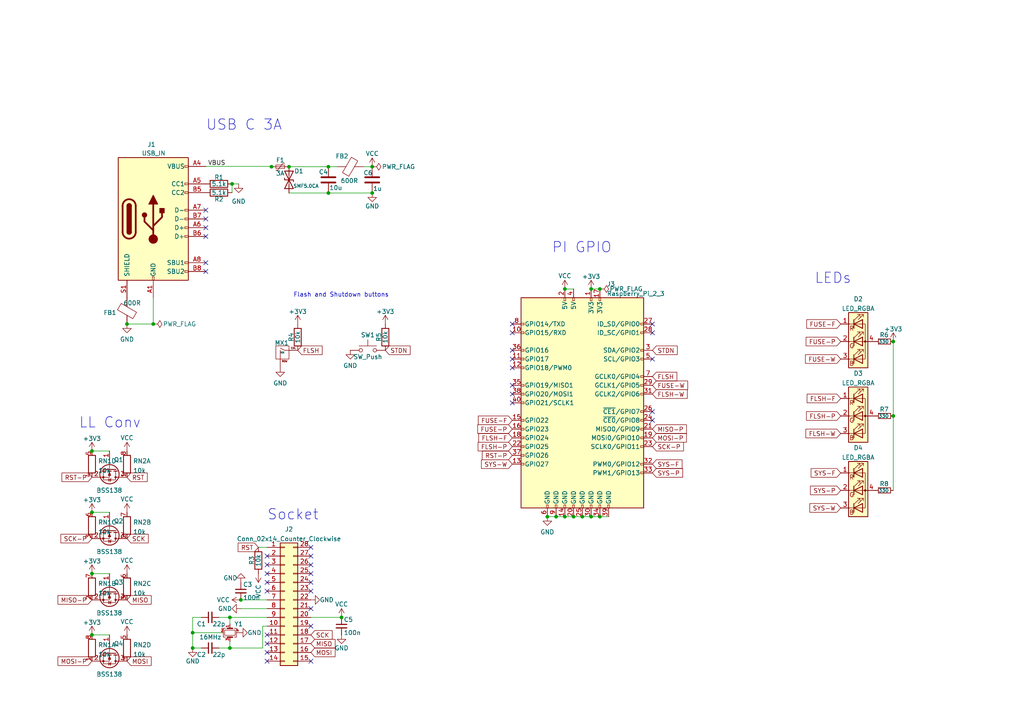
<source format=kicad_sch>
(kicad_sch (version 20211123) (generator eeschema)
  (paper "A4")
  (title_block (title "Flasherdasher ISP Programmer") (date "2021-12-25") (rev "1.0") (company "0xCB") (comment 1 "Conor Burns"))
  (lib_symbols
    (symbol "0xcb:MX" (pin_names (offset 1.016))
      (property "Reference" "MX" (at -0.635 1.905 0))
      (property "Value" "MX" (at 0.635 0.635 0))
      (symbol "MX_1_0"
        (text "COL" (at 2.54 0.635 0) (effects (font (size 0.508 0.508))))
      )
      (symbol "MX_1_1"
        (polyline (pts (xy -1.27 -2.54) (xy -1.27 0)))
        (polyline (pts (xy 1.27 0) (xy 0 0) (xy -1.27 0.635)))
        (polyline (pts (xy -2.54 1.27) (xy 1.27 1.27) (xy 1.27 -2.54) (xy -2.54 -2.54) (xy -2.54 1.27)))
        (text "ROW" (at 0 -3.175 0) (effects (font (size 0.508 0.508))))
        (pin passive line (at 3.81 0 180) (length 2.54) (name "COL") (number "1"))
        (pin passive line (at -1.27 -5.08 90) (length 2.54) (name "ROW") (number "2"))
      )
    )
    (symbol "Connector:Raspberry_Pi_2_3" (pin_names (offset 1.016))
      (property "Reference" "J" (at -17.78 31.75 0))
      (property "Value" "Raspberry_Pi_2_3" (at 10.16 -31.75 0))
      (symbol "Raspberry_Pi_2_3_0_1"
        (rectangle (start -17.78 30.48) (end 17.78 -30.48) (stroke (width 0.254)) (fill (type background)))
      )
      (symbol "Raspberry_Pi_2_3_1_1"
        (rectangle (start -16.891 -17.526) (end -17.78 -18.034))
        (rectangle (start -16.891 -14.986) (end -17.78 -15.494))
        (rectangle (start -16.891 -12.446) (end -17.78 -12.954))
        (rectangle (start -16.891 -9.906) (end -17.78 -10.414))
        (rectangle (start -16.891 -7.366) (end -17.78 -7.874))
        (rectangle (start -16.891 -4.826) (end -17.78 -5.334))
        (rectangle (start -16.891 0.254) (end -17.78 -0.254))
        (rectangle (start -16.891 2.794) (end -17.78 2.286))
        (rectangle (start -16.891 5.334) (end -17.78 4.826))
        (rectangle (start -16.891 10.414) (end -17.78 9.906))
        (rectangle (start -16.891 12.954) (end -17.78 12.446))
        (rectangle (start -16.891 15.494) (end -17.78 14.986))
        (rectangle (start -16.891 20.574) (end -17.78 20.066))
        (rectangle (start -16.891 23.114) (end -17.78 22.606))
        (rectangle (start -10.414 -29.591) (end -9.906 -30.48))
        (rectangle (start -7.874 -29.591) (end -7.366 -30.48))
        (rectangle (start -5.334 -29.591) (end -4.826 -30.48))
        (rectangle (start -5.334 30.48) (end -4.826 29.591))
        (rectangle (start -2.794 -29.591) (end -2.286 -30.48))
        (rectangle (start -2.794 30.48) (end -2.286 29.591))
        (rectangle (start -0.254 -29.591) (end 0.254 -30.48))
        (rectangle (start 2.286 -29.591) (end 2.794 -30.48))
        (rectangle (start 2.286 30.48) (end 2.794 29.591))
        (rectangle (start 4.826 -29.591) (end 5.334 -30.48))
        (rectangle (start 4.826 30.48) (end 5.334 29.591))
        (rectangle (start 7.366 -29.591) (end 7.874 -30.48))
        (rectangle (start 17.78 -20.066) (end 16.891 -20.574))
        (rectangle (start 17.78 -17.526) (end 16.891 -18.034))
        (rectangle (start 17.78 -12.446) (end 16.891 -12.954))
        (rectangle (start 17.78 -9.906) (end 16.891 -10.414))
        (rectangle (start 17.78 -7.366) (end 16.891 -7.874))
        (rectangle (start 17.78 -4.826) (end 16.891 -5.334))
        (rectangle (start 17.78 -2.286) (end 16.891 -2.794))
        (rectangle (start 17.78 2.794) (end 16.891 2.286))
        (rectangle (start 17.78 5.334) (end 16.891 4.826))
        (rectangle (start 17.78 7.874) (end 16.891 7.366))
        (rectangle (start 17.78 12.954) (end 16.891 12.446))
        (rectangle (start 17.78 15.494) (end 16.891 14.986))
        (rectangle (start 17.78 20.574) (end 16.891 20.066))
        (rectangle (start 17.78 23.114) (end 16.891 22.606))
        (pin power_in line (at 2.54 33.02 270) (length 2.54) (name "3V3") (number "1"))
        (pin bidirectional line (at -20.32 20.32 0) (length 2.54) (name "GPIO15/RXD") (number "10"))
        (pin bidirectional line (at -20.32 12.7 0) (length 2.54) (name "GPIO17") (number "11"))
        (pin bidirectional line (at -20.32 10.16 0) (length 2.54) (name "GPIO18/PWM0") (number "12"))
        (pin bidirectional line (at -20.32 -17.78 0) (length 2.54) (name "GPIO27") (number "13"))
        (pin power_in line (at -5.08 -33.02 90) (length 2.54) (name "GND") (number "14"))
        (pin bidirectional line (at -20.32 -5.08 0) (length 2.54) (name "GPIO22") (number "15"))
        (pin bidirectional line (at -20.32 -7.62 0) (length 2.54) (name "GPIO23") (number "16"))
        (pin power_in line (at 5.08 33.02 270) (length 2.54) (name "3V3") (number "17"))
        (pin bidirectional line (at -20.32 -10.16 0) (length 2.54) (name "GPIO24") (number "18"))
        (pin bidirectional line (at 20.32 -10.16 180) (length 2.54) (name "MOSI0/GPIO10") (number "19"))
        (pin power_in line (at -5.08 33.02 270) (length 2.54) (name "5V") (number "2"))
        (pin power_in line (at -2.54 -33.02 90) (length 2.54) (name "GND") (number "20"))
        (pin bidirectional line (at 20.32 -7.62 180) (length 2.54) (name "MISO0/GPIO9") (number "21"))
        (pin bidirectional line (at -20.32 -12.7 0) (length 2.54) (name "GPIO25") (number "22"))
        (pin bidirectional line (at 20.32 -12.7 180) (length 2.54) (name "SCLK0/GPIO11") (number "23"))
        (pin bidirectional line (at 20.32 -5.08 180) (length 2.54) (name "~{CE0}/GPIO8") (number "24"))
        (pin power_in line (at 0 -33.02 90) (length 2.54) (name "GND") (number "25"))
        (pin bidirectional line (at 20.32 -2.54 180) (length 2.54) (name "~{CE1}/GPIO7") (number "26"))
        (pin bidirectional line (at 20.32 22.86 180) (length 2.54) (name "ID_SD/GPIO0") (number "27"))
        (pin bidirectional line (at 20.32 20.32 180) (length 2.54) (name "ID_SC/GPIO1") (number "28"))
        (pin bidirectional line (at 20.32 5.08 180) (length 2.54) (name "GCLK1/GPIO5") (number "29"))
        (pin bidirectional line (at 20.32 15.24 180) (length 2.54) (name "SDA/GPIO2") (number "3"))
        (pin power_in line (at 2.54 -33.02 90) (length 2.54) (name "GND") (number "30"))
        (pin bidirectional line (at 20.32 2.54 180) (length 2.54) (name "GCLK2/GPIO6") (number "31"))
        (pin bidirectional line (at 20.32 -17.78 180) (length 2.54) (name "PWM0/GPIO12") (number "32"))
        (pin bidirectional line (at 20.32 -20.32 180) (length 2.54) (name "PWM1/GPIO13") (number "33"))
        (pin power_in line (at 5.08 -33.02 90) (length 2.54) (name "GND") (number "34"))
        (pin bidirectional line (at -20.32 5.08 0) (length 2.54) (name "GPIO19/MISO1") (number "35"))
        (pin bidirectional line (at -20.32 15.24 0) (length 2.54) (name "GPIO16") (number "36"))
        (pin bidirectional line (at -20.32 -15.24 0) (length 2.54) (name "GPIO26") (number "37"))
        (pin bidirectional line (at -20.32 2.54 0) (length 2.54) (name "GPIO20/MOSI1") (number "38"))
        (pin power_in line (at 7.62 -33.02 90) (length 2.54) (name "GND") (number "39"))
        (pin power_in line (at -2.54 33.02 270) (length 2.54) (name "5V") (number "4"))
        (pin bidirectional line (at -20.32 0 0) (length 2.54) (name "GPIO21/SCLK1") (number "40"))
        (pin bidirectional line (at 20.32 12.7 180) (length 2.54) (name "SCL/GPIO3") (number "5"))
        (pin power_in line (at -10.16 -33.02 90) (length 2.54) (name "GND") (number "6"))
        (pin bidirectional line (at 20.32 7.62 180) (length 2.54) (name "GCLK0/GPIO4") (number "7"))
        (pin bidirectional line (at -20.32 22.86 0) (length 2.54) (name "GPIO14/TXD") (number "8"))
        (pin power_in line (at -7.62 -33.02 90) (length 2.54) (name "GND") (number "9"))
      )
    )
    (symbol "Connector:USB_C_Receptacle_USB2.0" (pin_names (offset 1.016))
      (property "Reference" "J" (at -10.16 19.05 0))
      (property "Value" "USB_C_Receptacle_USB2.0" (at 19.05 19.05 0))
      (symbol "USB_C_Receptacle_USB2.0_0_0"
        (rectangle (start -0.254 -17.78) (end 0.254 -16.764))
        (rectangle (start 10.16 -14.986) (end 9.144 -15.494))
        (rectangle (start 10.16 -12.446) (end 9.144 -12.954))
        (rectangle (start 10.16 -4.826) (end 9.144 -5.334))
        (rectangle (start 10.16 -2.286) (end 9.144 -2.794))
        (rectangle (start 10.16 0.254) (end 9.144 -0.254))
        (rectangle (start 10.16 2.794) (end 9.144 2.286))
        (rectangle (start 10.16 7.874) (end 9.144 7.366))
        (rectangle (start 10.16 10.414) (end 9.144 9.906))
        (rectangle (start 10.16 15.494) (end 9.144 14.986))
      )
      (symbol "USB_C_Receptacle_USB2.0_0_1"
        (rectangle (start -10.16 17.78) (end 10.16 -17.78) (stroke (width 0.254)) (fill (type background)))
        (arc (start -8.89 -3.81) (mid -6.985 -5.715) (end -5.08 -3.81) (stroke (width 0.508)))
        (arc (start -7.62 -3.81) (mid -6.985 -4.445) (end -6.35 -3.81) (stroke (width 0.254)))
        (arc (start -7.62 -3.81) (mid -6.985 -4.445) (end -6.35 -3.81) (stroke (width 0.254)) (fill (type outline)))
        (rectangle (start -7.62 -3.81) (end -6.35 3.81) (stroke (width 0.254)) (fill (type outline)))
        (arc (start -6.35 3.81) (mid -6.985 4.445) (end -7.62 3.81) (stroke (width 0.254)))
        (arc (start -6.35 3.81) (mid -6.985 4.445) (end -7.62 3.81) (stroke (width 0.254)) (fill (type outline)))
        (arc (start -5.08 3.81) (mid -6.985 5.715) (end -8.89 3.81) (stroke (width 0.508)))
        (circle (center -2.54 1.143) (radius 0.635) (stroke (width 0.254)) (fill (type outline)))
        (circle (center 0 -5.842) (radius 1.27) (fill (type outline)))
        (polyline (pts (xy -8.89 -3.81) (xy -8.89 3.81)) (stroke (width 0.508)))
        (polyline (pts (xy -5.08 3.81) (xy -5.08 -3.81)) (stroke (width 0.508)))
        (polyline (pts (xy 0 -5.842) (xy 0 4.318)) (stroke (width 0.508)))
        (polyline (pts (xy 0 -3.302) (xy -2.54 -0.762) (xy -2.54 0.508)) (stroke (width 0.508)))
        (polyline (pts (xy 0 -2.032) (xy 2.54 0.508) (xy 2.54 1.778)) (stroke (width 0.508)))
        (polyline (pts (xy -1.27 4.318) (xy 0 6.858) (xy 1.27 4.318) (xy -1.27 4.318)) (stroke (width 0.254)) (fill (type outline)))
        (rectangle (start 1.905 1.778) (end 3.175 3.048) (stroke (width 0.254)) (fill (type outline)))
      )
      (symbol "USB_C_Receptacle_USB2.0_1_1"
        (pin passive line (at 0 -22.86 90) (length 5.08) (name "GND") (number "A1"))
        (pin passive line (at 0 -22.86 90) (length 5.08) hide (name "GND") (number "A12"))
        (pin passive line (at 15.24 15.24 180) (length 5.08) (name "VBUS") (number "A4"))
        (pin bidirectional line (at 15.24 10.16 180) (length 5.08) (name "CC1") (number "A5"))
        (pin bidirectional line (at 15.24 -2.54 180) (length 5.08) (name "D+") (number "A6"))
        (pin bidirectional line (at 15.24 2.54 180) (length 5.08) (name "D-") (number "A7"))
        (pin bidirectional line (at 15.24 -12.7 180) (length 5.08) (name "SBU1") (number "A8"))
        (pin passive line (at 15.24 15.24 180) (length 5.08) hide (name "VBUS") (number "A9"))
        (pin passive line (at 0 -22.86 90) (length 5.08) hide (name "GND") (number "B1"))
        (pin passive line (at 0 -22.86 90) (length 5.08) hide (name "GND") (number "B12"))
        (pin passive line (at 15.24 15.24 180) (length 5.08) hide (name "VBUS") (number "B4"))
        (pin bidirectional line (at 15.24 7.62 180) (length 5.08) (name "CC2") (number "B5"))
        (pin bidirectional line (at 15.24 -5.08 180) (length 5.08) (name "D+") (number "B6"))
        (pin bidirectional line (at 15.24 0 180) (length 5.08) (name "D-") (number "B7"))
        (pin bidirectional line (at 15.24 -15.24 180) (length 5.08) (name "SBU2") (number "B8"))
        (pin passive line (at 15.24 15.24 180) (length 5.08) hide (name "VBUS") (number "B9"))
        (pin passive line (at -7.62 -22.86 90) (length 5.08) (name "SHIELD") (number "S1"))
      )
    )
    (symbol "Connector_Generic:Conn_02x14_Counter_Clockwise" (pin_names (offset 1.016) hide)
      (property "Reference" "J" (at 1.27 17.78 0))
      (property "Value" "Conn_02x14_Counter_Clockwise" (at 1.27 -20.32 0))
      (symbol "Conn_02x14_Counter_Clockwise_1_1"
        (rectangle (start -1.27 -17.653) (end 0 -17.907) (stroke (width 0.1524)))
        (rectangle (start -1.27 -15.113) (end 0 -15.367) (stroke (width 0.1524)))
        (rectangle (start -1.27 -12.573) (end 0 -12.827) (stroke (width 0.1524)))
        (rectangle (start -1.27 -10.033) (end 0 -10.287) (stroke (width 0.1524)))
        (rectangle (start -1.27 -7.493) (end 0 -7.747) (stroke (width 0.1524)))
        (rectangle (start -1.27 -4.953) (end 0 -5.207) (stroke (width 0.1524)))
        (rectangle (start -1.27 -2.413) (end 0 -2.667) (stroke (width 0.1524)))
        (rectangle (start -1.27 0.127) (end 0 -0.127) (stroke (width 0.1524)))
        (rectangle (start -1.27 2.667) (end 0 2.413) (stroke (width 0.1524)))
        (rectangle (start -1.27 5.207) (end 0 4.953) (stroke (width 0.1524)))
        (rectangle (start -1.27 7.747) (end 0 7.493) (stroke (width 0.1524)))
        (rectangle (start -1.27 10.287) (end 0 10.033) (stroke (width 0.1524)))
        (rectangle (start -1.27 12.827) (end 0 12.573) (stroke (width 0.1524)))
        (rectangle (start -1.27 15.367) (end 0 15.113) (stroke (width 0.1524)))
        (rectangle (start -1.27 16.51) (end 3.81 -19.05) (stroke (width 0.254)) (fill (type background)))
        (rectangle (start 3.81 -17.653) (end 2.54 -17.907) (stroke (width 0.1524)))
        (rectangle (start 3.81 -15.113) (end 2.54 -15.367) (stroke (width 0.1524)))
        (rectangle (start 3.81 -12.573) (end 2.54 -12.827) (stroke (width 0.1524)))
        (rectangle (start 3.81 -10.033) (end 2.54 -10.287) (stroke (width 0.1524)))
        (rectangle (start 3.81 -7.493) (end 2.54 -7.747) (stroke (width 0.1524)))
        (rectangle (start 3.81 -4.953) (end 2.54 -5.207) (stroke (width 0.1524)))
        (rectangle (start 3.81 -2.413) (end 2.54 -2.667) (stroke (width 0.1524)))
        (rectangle (start 3.81 0.127) (end 2.54 -0.127) (stroke (width 0.1524)))
        (rectangle (start 3.81 2.667) (end 2.54 2.413) (stroke (width 0.1524)))
        (rectangle (start 3.81 5.207) (end 2.54 4.953) (stroke (width 0.1524)))
        (rectangle (start 3.81 7.747) (end 2.54 7.493) (stroke (width 0.1524)))
        (rectangle (start 3.81 10.287) (end 2.54 10.033) (stroke (width 0.1524)))
        (rectangle (start 3.81 12.827) (end 2.54 12.573) (stroke (width 0.1524)))
        (rectangle (start 3.81 15.367) (end 2.54 15.113) (stroke (width 0.1524)))
        (pin passive line (at -5.08 15.24 0) (length 3.81) (name "Pin_1") (number "1"))
        (pin passive line (at -5.08 -7.62 0) (length 3.81) (name "Pin_10") (number "10"))
        (pin passive line (at -5.08 -10.16 0) (length 3.81) (name "Pin_11") (number "11"))
        (pin passive line (at -5.08 -12.7 0) (length 3.81) (name "Pin_12") (number "12"))
        (pin passive line (at -5.08 -15.24 0) (length 3.81) (name "Pin_13") (number "13"))
        (pin passive line (at -5.08 -17.78 0) (length 3.81) (name "Pin_14") (number "14"))
        (pin passive line (at 7.62 -17.78 180) (length 3.81) (name "Pin_15") (number "15"))
        (pin passive line (at 7.62 -15.24 180) (length 3.81) (name "Pin_16") (number "16"))
        (pin passive line (at 7.62 -12.7 180) (length 3.81) (name "Pin_17") (number "17"))
        (pin passive line (at 7.62 -10.16 180) (length 3.81) (name "Pin_18") (number "18"))
        (pin passive line (at 7.62 -7.62 180) (length 3.81) (name "Pin_19") (number "19"))
        (pin passive line (at -5.08 12.7 0) (length 3.81) (name "Pin_2") (number "2"))
        (pin passive line (at 7.62 -5.08 180) (length 3.81) (name "Pin_20") (number "20"))
        (pin passive line (at 7.62 -2.54 180) (length 3.81) (name "Pin_21") (number "21"))
        (pin passive line (at 7.62 0 180) (length 3.81) (name "Pin_22") (number "22"))
        (pin passive line (at 7.62 2.54 180) (length 3.81) (name "Pin_23") (number "23"))
        (pin passive line (at 7.62 5.08 180) (length 3.81) (name "Pin_24") (number "24"))
        (pin passive line (at 7.62 7.62 180) (length 3.81) (name "Pin_25") (number "25"))
        (pin passive line (at 7.62 10.16 180) (length 3.81) (name "Pin_26") (number "26"))
        (pin passive line (at 7.62 12.7 180) (length 3.81) (name "Pin_27") (number "27"))
        (pin passive line (at 7.62 15.24 180) (length 3.81) (name "Pin_28") (number "28"))
        (pin passive line (at -5.08 10.16 0) (length 3.81) (name "Pin_3") (number "3"))
        (pin passive line (at -5.08 7.62 0) (length 3.81) (name "Pin_4") (number "4"))
        (pin passive line (at -5.08 5.08 0) (length 3.81) (name "Pin_5") (number "5"))
        (pin passive line (at -5.08 2.54 0) (length 3.81) (name "Pin_6") (number "6"))
        (pin passive line (at -5.08 0 0) (length 3.81) (name "Pin_7") (number "7"))
        (pin passive line (at -5.08 -2.54 0) (length 3.81) (name "Pin_8") (number "8"))
        (pin passive line (at -5.08 -5.08 0) (length 3.81) (name "Pin_9") (number "9"))
      )
    )
    (symbol "Device:C" (pin_numbers hide) (pin_names (offset 0.254))
      (property "Reference" "C" (at 0.635 2.54 0))
      (property "Value" "C" (at 0.635 -2.54 0))
      (symbol "C_0_1"
        (polyline (pts (xy -2.032 -0.762) (xy 2.032 -0.762)) (stroke (width 0.508)))
        (polyline (pts (xy -2.032 0.762) (xy 2.032 0.762)) (stroke (width 0.508)))
      )
      (symbol "C_1_1"
        (pin passive line (at 0 3.81 270) (length 2.794) (name "~") (number "1"))
        (pin passive line (at 0 -3.81 90) (length 2.794) (name "~") (number "2"))
      )
    )
    (symbol "Device:C_Small" (pin_numbers hide) (pin_names (offset 0.254) hide)
      (property "Reference" "C" (at 0.254 1.778 0))
      (property "Value" "C_Small" (at 0.254 -2.032 0))
      (symbol "C_Small_0_1"
        (polyline (pts (xy -1.524 -0.508) (xy 1.524 -0.508)) (stroke (width 0.3302)))
        (polyline (pts (xy -1.524 0.508) (xy 1.524 0.508)) (stroke (width 0.3048)))
      )
      (symbol "C_Small_1_1"
        (pin passive line (at 0 2.54 270) (length 2.032) (name "~") (number "1"))
        (pin passive line (at 0 -2.54 90) (length 2.032) (name "~") (number "2"))
      )
    )
    (symbol "Device:Crystal_GND24_Small" (pin_names (offset 1.016) hide)
      (property "Reference" "Y" (at 1.27 4.445 0))
      (property "Value" "Crystal_GND24_Small" (at 1.27 2.54 0))
      (symbol "Crystal_GND24_Small_0_1"
        (rectangle (start -0.762 -1.524) (end 0.762 1.524))
        (polyline (pts (xy -1.27 -0.762) (xy -1.27 0.762)) (stroke (width 0.381)))
        (polyline (pts (xy 1.27 -0.762) (xy 1.27 0.762)) (stroke (width 0.381)))
        (polyline (pts (xy -1.27 -1.27) (xy -1.27 -1.905) (xy 1.27 -1.905) (xy 1.27 -1.27)))
        (polyline (pts (xy -1.27 1.27) (xy -1.27 1.905) (xy 1.27 1.905) (xy 1.27 1.27)))
      )
      (symbol "Crystal_GND24_Small_1_1"
        (pin passive line (at -2.54 0 0) (length 1.27) (name "1") (number "1"))
        (pin passive line (at 0 -2.54 90) (length 0.635) (name "2") (number "2"))
        (pin passive line (at 2.54 0 180) (length 1.27) (name "3") (number "3"))
        (pin passive line (at 0 2.54 270) (length 0.635) (name "4") (number "4"))
      )
    )
    (symbol "Device:D_TVS" (pin_numbers hide) (pin_names (offset 1.016) hide)
      (property "Reference" "D" (at 0 2.54 0))
      (property "Value" "D_TVS" (at 0 -2.54 0))
      (symbol "D_TVS_0_1"
        (polyline (pts (xy 1.27 0) (xy -1.27 0)))
        (polyline (pts (xy 0.508 1.27) (xy 0 1.27) (xy 0 -1.27) (xy -0.508 -1.27)) (stroke (width 0.254)))
        (polyline (pts (xy -2.54 1.27) (xy -2.54 -1.27) (xy 2.54 1.27) (xy 2.54 -1.27) (xy -2.54 1.27)) (stroke (width 0.254)))
      )
      (symbol "D_TVS_1_1"
        (pin passive line (at -3.81 0 0) (length 2.54) (name "A1") (number "1"))
        (pin passive line (at 3.81 0 180) (length 2.54) (name "A2") (number "2"))
      )
    )
    (symbol "Device:FerriteBead" (pin_numbers hide) (pin_names (offset 0))
      (property "Reference" "FB" (at -3.81 0.635 90))
      (property "Value" "FerriteBead" (at 3.81 0 90))
      (symbol "FerriteBead_0_1"
        (polyline (pts (xy 0 -1.27) (xy 0 -1.2192)))
        (polyline (pts (xy 0 1.27) (xy 0 1.2954)))
        (polyline (pts (xy -2.7686 0.4064) (xy -1.7018 2.2606) (xy 2.7686 -0.3048) (xy 1.6764 -2.159) (xy -2.7686 0.4064)))
      )
      (symbol "FerriteBead_1_1"
        (pin passive line (at 0 3.81 270) (length 2.54) (name "~") (number "1"))
        (pin passive line (at 0 -3.81 90) (length 2.54) (name "~") (number "2"))
      )
    )
    (symbol "Device:LED_RGBA" (pin_names (offset 0) hide)
      (property "Reference" "D" (at 0 9.398 0))
      (property "Value" "LED_RGBA" (at 0 -8.89 0))
      (symbol "LED_RGBA_0_0"
        (text "B" (at -1.905 -6.35 0) (effects (font (size 1.27 1.27))))
        (text "G" (at -1.905 -1.27 0) (effects (font (size 1.27 1.27))))
        (text "R" (at -1.905 3.81 0) (effects (font (size 1.27 1.27))))
      )
      (symbol "LED_RGBA_0_1"
        (polyline (pts (xy -1.27 -5.08) (xy -2.54 -5.08)))
        (polyline (pts (xy -1.27 -5.08) (xy 1.27 -5.08)))
        (polyline (pts (xy -1.27 -3.81) (xy -1.27 -6.35)) (stroke (width 0.254)))
        (polyline (pts (xy -1.27 0) (xy -2.54 0)))
        (polyline (pts (xy -1.27 1.27) (xy -1.27 -1.27)) (stroke (width 0.254)))
        (polyline (pts (xy -1.27 5.08) (xy -2.54 5.08)))
        (polyline (pts (xy -1.27 5.08) (xy 1.27 5.08)))
        (polyline (pts (xy -1.27 6.35) (xy -1.27 3.81)) (stroke (width 0.254)))
        (polyline (pts (xy 1.27 0) (xy -1.27 0)))
        (polyline (pts (xy 1.27 0) (xy 2.54 0)))
        (polyline (pts (xy -1.27 1.27) (xy -1.27 -1.27) (xy -1.27 -1.27)))
        (polyline (pts (xy -1.27 6.35) (xy -1.27 3.81) (xy -1.27 3.81)))
        (polyline (pts (xy 1.27 -5.08) (xy 2.032 -5.08) (xy 2.032 5.08) (xy 1.27 5.08)))
        (polyline (pts (xy 1.27 -3.81) (xy 1.27 -6.35) (xy -1.27 -5.08) (xy 1.27 -3.81)) (stroke (width 0.254)))
        (polyline (pts (xy 1.27 1.27) (xy 1.27 -1.27) (xy -1.27 0) (xy 1.27 1.27)) (stroke (width 0.254)))
        (polyline (pts (xy 1.27 6.35) (xy 1.27 3.81) (xy -1.27 5.08) (xy 1.27 6.35)) (stroke (width 0.254)))
        (polyline (pts (xy -1.016 -3.81) (xy 0.508 -2.286) (xy -0.254 -2.286) (xy 0.508 -2.286) (xy 0.508 -3.048)))
        (polyline (pts (xy -1.016 1.27) (xy 0.508 2.794) (xy -0.254 2.794) (xy 0.508 2.794) (xy 0.508 2.032)))
        (polyline (pts (xy -1.016 6.35) (xy 0.508 7.874) (xy -0.254 7.874) (xy 0.508 7.874) (xy 0.508 7.112)))
        (polyline (pts (xy 0 -3.81) (xy 1.524 -2.286) (xy 0.762 -2.286) (xy 1.524 -2.286) (xy 1.524 -3.048)))
        (polyline (pts (xy 0 1.27) (xy 1.524 2.794) (xy 0.762 2.794) (xy 1.524 2.794) (xy 1.524 2.032)))
        (polyline (pts (xy 0 6.35) (xy 1.524 7.874) (xy 0.762 7.874) (xy 1.524 7.874) (xy 1.524 7.112)))
        (rectangle (start 1.27 -1.27) (end 1.27 1.27))
        (rectangle (start 1.27 1.27) (end 1.27 1.27))
        (rectangle (start 1.27 3.81) (end 1.27 6.35))
        (rectangle (start 1.27 6.35) (end 1.27 6.35))
        (circle (center 2.032 0) (radius 0.254) (fill (type outline)))
        (rectangle (start 2.794 8.382) (end -2.794 -7.62) (stroke (width 0.254)) (fill (type background)))
      )
      (symbol "LED_RGBA_1_1"
        (pin passive line (at -5.08 5.08 0) (length 2.54) (name "RK") (number "1"))
        (pin passive line (at -5.08 0 0) (length 2.54) (name "GK") (number "2"))
        (pin passive line (at -5.08 -5.08 0) (length 2.54) (name "BK") (number "3"))
        (pin passive line (at 5.08 0 180) (length 2.54) (name "A") (number "4"))
      )
    )
    (symbol "Device:Polyfuse_Small" (pin_numbers hide) (pin_names (offset 0))
      (property "Reference" "F" (at -1.905 0 90))
      (property "Value" "Polyfuse_Small" (at 1.905 0 90))
      (symbol "Polyfuse_Small_0_1"
        (rectangle (start -0.508 1.27) (end 0.508 -1.27))
        (polyline (pts (xy 0 2.54) (xy 0 -2.54)))
        (polyline (pts (xy -1.016 1.27) (xy -1.016 0.762) (xy 1.016 -0.762) (xy 1.016 -1.27)))
      )
      (symbol "Polyfuse_Small_1_1"
        (pin passive line (at 0 2.54 270) (length 0.635) (name "~") (number "1"))
        (pin passive line (at 0 -2.54 90) (length 0.635) (name "~") (number "2"))
      )
    )
    (symbol "Device:R" (pin_numbers hide) (pin_names (offset 0))
      (property "Reference" "R" (at 2.032 0 90))
      (property "Value" "R" (at 0 0 90))
      (symbol "R_0_1"
        (rectangle (start -1.016 -2.54) (end 1.016 2.54) (stroke (width 0.254)))
      )
      (symbol "R_1_1"
        (pin passive line (at 0 3.81 270) (length 1.27) (name "~") (number "1"))
        (pin passive line (at 0 -3.81 90) (length 1.27) (name "~") (number "2"))
      )
    )
    (symbol "Device:R_Pack04_Split" (pin_names (offset 0) hide)
      (property "Reference" "RN" (at 2.032 0 90))
      (property "Value" "R_Pack04_Split" (at 0 0 90))
      (symbol "R_Pack04_Split_0_1"
        (rectangle (start 1.016 2.54) (end -1.016 -2.54) (stroke (width 0.254)))
      )
      (symbol "R_Pack04_Split_1_1"
        (pin passive line (at 0 -3.81 90) (length 1.27) (name "R1.1") (number "1"))
        (pin passive line (at 0 3.81 270) (length 1.27) (name "R1.2") (number "8"))
      )
      (symbol "R_Pack04_Split_2_1"
        (pin passive line (at 0 -3.81 90) (length 1.27) (name "R2.1") (number "2"))
        (pin passive line (at 0 3.81 270) (length 1.27) (name "R2.2") (number "7"))
      )
      (symbol "R_Pack04_Split_3_1"
        (pin passive line (at 0 -3.81 90) (length 1.27) (name "R3.1") (number "3"))
        (pin passive line (at 0 3.81 270) (length 1.27) (name "R3.2") (number "6"))
      )
      (symbol "R_Pack04_Split_4_1"
        (pin passive line (at 0 -3.81 90) (length 1.27) (name "R4.1") (number "4"))
        (pin passive line (at 0 3.81 270) (length 1.27) (name "R4.2") (number "5"))
      )
    )
    (symbol "Device:R_Small" (pin_numbers hide) (pin_names (offset 0.254) hide)
      (property "Reference" "R" (at 0.762 0.508 0))
      (property "Value" "R_Small" (at 0.762 -1.016 0))
      (symbol "R_Small_0_1"
        (rectangle (start -0.762 1.778) (end 0.762 -1.778) (stroke (width 0.2032)))
      )
      (symbol "R_Small_1_1"
        (pin passive line (at 0 2.54 270) (length 0.762) (name "~") (number "1"))
        (pin passive line (at 0 -2.54 90) (length 0.762) (name "~") (number "2"))
      )
    )
    (symbol "Switch:SW_Push" (pin_numbers hide) (pin_names (offset 1.016) hide)
      (property "Reference" "SW" (at 1.27 2.54 0))
      (property "Value" "SW_Push" (at 0 -1.524 0))
      (symbol "SW_Push_0_1"
        (circle (center -2.032 0) (radius 0.508))
        (polyline (pts (xy 0 1.27) (xy 0 3.048)))
        (polyline (pts (xy 2.54 1.27) (xy -2.54 1.27)))
        (circle (center 2.032 0) (radius 0.508))
        (pin passive line (at -5.08 0 0) (length 2.54) (name "1") (number "1"))
        (pin passive line (at 5.08 0 180) (length 2.54) (name "2") (number "2"))
      )
    )
    (symbol "Transistor_FET:BSS138" (pin_names hide)
      (property "Reference" "Q" (at 5.08 1.905 0))
      (property "Value" "BSS138" (at 5.08 0 0))
      (symbol "BSS138_0_1"
        (polyline (pts (xy 0.254 0) (xy -2.54 0)))
        (polyline (pts (xy 0.254 1.905) (xy 0.254 -1.905)) (stroke (width 0.254)))
        (polyline (pts (xy 0.762 -1.27) (xy 0.762 -2.286)) (stroke (width 0.254)))
        (polyline (pts (xy 0.762 0.508) (xy 0.762 -0.508)) (stroke (width 0.254)))
        (polyline (pts (xy 0.762 2.286) (xy 0.762 1.27)) (stroke (width 0.254)))
        (polyline (pts (xy 2.54 2.54) (xy 2.54 1.778)))
        (polyline (pts (xy 2.54 -2.54) (xy 2.54 0) (xy 0.762 0)))
        (polyline (pts (xy 0.762 -1.778) (xy 3.302 -1.778) (xy 3.302 1.778) (xy 0.762 1.778)))
        (polyline (pts (xy 1.016 0) (xy 2.032 0.381) (xy 2.032 -0.381) (xy 1.016 0)) (fill (type outline)))
        (polyline (pts (xy 2.794 0.508) (xy 2.921 0.381) (xy 3.683 0.381) (xy 3.81 0.254)))
        (polyline (pts (xy 3.302 0.381) (xy 2.921 -0.254) (xy 3.683 -0.254) (xy 3.302 0.381)))
        (circle (center 1.651 0) (radius 2.794) (stroke (width 0.254)))
        (circle (center 2.54 -1.778) (radius 0.254) (fill (type outline)))
        (circle (center 2.54 1.778) (radius 0.254) (fill (type outline)))
      )
      (symbol "BSS138_1_1"
        (pin input line (at -5.08 0 0) (length 2.54) (name "G") (number "1"))
        (pin passive line (at 2.54 -5.08 90) (length 2.54) (name "S") (number "2"))
        (pin passive line (at 2.54 5.08 270) (length 2.54) (name "D") (number "3"))
      )
    )
    (symbol "power:+3.3V" (power) (pin_names (offset 0))
      (property "Value" "+3.3V" (at 0 3.556 0))
      (symbol "+3.3V_0_1"
        (polyline (pts (xy -0.762 1.27) (xy 0 2.54)))
        (polyline (pts (xy 0 0) (xy 0 2.54)))
        (polyline (pts (xy 0 2.54) (xy 0.762 1.27)))
      )
      (symbol "+3.3V_1_1"
        (pin power_in line (at 0 0 90) (length 0) hide (name "+3V3") (number "1"))
      )
    )
    (symbol "power:GND" (power) (pin_names (offset 0))
      (property "Value" "GND" (at 0 -3.81 0))
      (symbol "GND_0_1"
        (polyline (pts (xy 0 0) (xy 0 -1.27) (xy 1.27 -1.27) (xy 0 -2.54) (xy -1.27 -1.27) (xy 0 -1.27)))
      )
      (symbol "GND_1_1"
        (pin power_in line (at 0 0 270) (length 0) hide (name "GND") (number "1"))
      )
    )
    (symbol "power:PWR_FLAG" (power) (pin_numbers hide) (pin_names (offset 0) hide)
      (property "Value" "PWR_FLAG" (at 0 3.81 0))
      (symbol "PWR_FLAG_0_0"
        (pin power_out line (at 0 0 90) (length 0) (name "pwr") (number "1"))
      )
      (symbol "PWR_FLAG_0_1"
        (polyline (pts (xy 0 0) (xy 0 1.27) (xy -1.016 1.905) (xy 0 2.54) (xy 1.016 1.905) (xy 0 1.27)))
      )
    )
    (symbol "power:VCC" (power) (pin_names (offset 0))
      (property "Value" "VCC" (at 0 3.81 0))
      (symbol "VCC_0_1"
        (polyline (pts (xy -0.762 1.27) (xy 0 2.54)))
        (polyline (pts (xy 0 0) (xy 0 2.54)))
        (polyline (pts (xy 0 2.54) (xy 0.762 1.27)))
      )
      (symbol "VCC_1_1"
        (pin power_in line (at 0 0 90) (length 0) hide (name "VCC") (number "1"))
      )
    )
  )
  (junction (at 259.08 99.06))
  (junction (at 171.45 149.86))
  (junction (at 173.99 83.82))
  (junction (at 78.74 48.3608))
  (junction (at 36.83 93.98))
  (junction (at 168.91 149.86))
  (junction (at 173.99 149.86))
  (junction (at 95.25 48.3608))
  (junction (at 55.88 183.515) (diameter 0.9144))
  (junction (at 83.82 48.3608))
  (junction (at 26.67 184.15))
  (junction (at 69.85 173.99))
  (junction (at 44.45 93.98))
  (junction (at 161.29 149.86))
  (junction (at 26.67 130.81))
  (junction (at 166.37 149.86))
  (junction (at 259.08 120.65))
  (junction (at 99.06 179.07))
  (junction (at 107.95 48.3608))
  (junction (at 107.95 55.9808))
  (junction (at 171.45 83.82))
  (junction (at 66.675 187.96) (diameter 0.9144))
  (junction (at 67.31 53.34) (diameter 0.9144))
  (junction (at 66.675 179.07) (diameter 0.9144))
  (junction (at 163.83 149.86))
  (junction (at 95.25 55.9808))
  (junction (at 158.75 149.86))
  (junction (at 163.83 83.82))
  (junction (at 26.67 148.59))
  (junction (at 26.67 166.37))
  (junction (at 55.88 187.96) (diameter 0.9144))
  (no_connect (at 77.47 161.29))
  (no_connect (at 77.47 163.83))
  (no_connect (at 77.47 166.37))
  (no_connect (at 77.47 168.91))
  (no_connect (at 77.47 171.45))
  (no_connect (at 90.17 158.75))
  (no_connect (at 90.17 161.29))
  (no_connect (at 90.17 163.83))
  (no_connect (at 90.17 166.37))
  (no_connect (at 90.17 168.91))
  (no_connect (at 77.47 189.23))
  (no_connect (at 77.47 191.77))
  (no_connect (at 90.17 191.77))
  (no_connect (at 90.17 171.45))
  (no_connect (at 90.17 181.61))
  (no_connect (at 90.17 176.53))
  (no_connect (at 77.47 184.15))
  (no_connect (at 77.47 186.69))
  (no_connect (at 148.59 104.14))
  (no_connect (at 148.59 114.3))
  (no_connect (at 148.59 106.68))
  (no_connect (at 59.69 63.5))
  (no_connect (at 59.69 66.04))
  (no_connect (at 59.69 68.58))
  (no_connect (at 59.69 60.96))
  (no_connect (at 59.69 78.74))
  (no_connect (at 189.23 96.52))
  (no_connect (at 189.23 93.98))
  (no_connect (at 189.23 104.14))
  (no_connect (at 189.23 119.38))
  (no_connect (at 189.23 121.92))
  (no_connect (at 148.59 111.76))
  (no_connect (at 148.59 96.52))
  (no_connect (at 148.59 101.6))
  (no_connect (at 148.59 93.98))
  (no_connect (at 59.69 76.2))
  (no_connect (at 148.59 116.84))
  (wire (pts (xy 171.45 83.82) (xy 173.99 83.82)))
  (wire (pts (xy 59.69 48.26) (xy 78.74 48.26)))
  (wire (pts (xy 77.47 181.61) (xy 76.2 181.61)))
  (wire (pts (xy 44.45 93.98) (xy 36.83 93.98)))
  (wire (pts (xy 55.88 187.96) (xy 58.42 187.96)))
  (wire (pts (xy 77.47 176.53) (xy 69.85 176.53)))
  (wire (pts (xy 26.67 130.81) (xy 31.75 130.81)))
  (wire (pts (xy 76.2 181.61) (xy 76.2 187.96)))
  (wire (pts (xy 83.82 48.3608) (xy 95.25 48.3608)))
  (wire (pts (xy 63.5 179.07) (xy 66.675 179.07)))
  (wire (pts (xy 55.88 183.515) (xy 55.88 187.96)))
  (wire (pts (xy 26.67 184.15) (xy 31.75 184.15)))
  (wire (pts (xy 259.08 120.65) (xy 259.08 142.24)))
  (wire (pts (xy 67.31 53.34) (xy 69.215 53.34)))
  (wire (pts (xy 55.88 183.515) (xy 64.135 183.515)))
  (wire (pts (xy 161.29 149.86) (xy 163.83 149.86)))
  (wire (pts (xy 55.88 179.07) (xy 58.42 179.07)))
  (wire (pts (xy 173.99 149.86) (xy 176.53 149.86)))
  (wire (pts (xy 66.675 186.055) (xy 66.675 187.96)))
  (wire (pts (xy 90.17 179.07) (xy 99.06 179.07)))
  (wire (pts (xy 158.75 149.86) (xy 161.29 149.86)))
  (wire (pts (xy 26.67 166.37) (xy 31.75 166.37)))
  (wire (pts (xy 44.45 86.36) (xy 44.45 93.98)))
  (wire (pts (xy 66.675 187.96) (xy 63.5 187.96)))
  (wire (pts (xy 97.79 48.3608) (xy 95.25 48.3608)))
  (wire (pts (xy 66.675 179.07) (xy 77.47 179.07)))
  (wire (pts (xy 83.82 55.9808) (xy 95.25 55.9808)))
  (wire (pts (xy 76.2 187.96) (xy 66.675 187.96)))
  (wire (pts (xy 69.85 173.99) (xy 77.47 173.99)))
  (wire (pts (xy 78.74 48.3608) (xy 78.74 48.26)))
  (wire (pts (xy 66.675 179.07) (xy 66.675 180.975)))
  (wire (pts (xy 166.37 149.86) (xy 168.91 149.86)))
  (wire (pts (xy 105.41 48.3608) (xy 107.95 48.3608)))
  (wire (pts (xy 259.08 99.06) (xy 259.08 120.65)))
  (wire (pts (xy 171.45 149.86) (xy 173.99 149.86)))
  (wire (pts (xy 55.88 179.07) (xy 55.88 183.515)))
  (wire (pts (xy 26.67 148.59) (xy 31.75 148.59)))
  (wire (pts (xy 95.25 55.9808) (xy 107.95 55.9808)))
  (wire (pts (xy 163.83 149.86) (xy 166.37 149.86)))
  (wire (pts (xy 168.91 149.86) (xy 171.45 149.86)))
  (wire (pts (xy 163.83 83.82) (xy 166.37 83.82)))
  (wire (pts (xy 67.31 53.34) (xy 67.31 55.88)))
  (wire (pts (xy 74.93 158.75) (xy 77.47 158.75)))
  (text "Socket" (at 77.47 151.13 0) (effects (font (size 3 3)) (justify left bottom)))
  (text "PI GPIO" (at 160.02 73.66 0) (effects (font (size 3 3)) (justify left bottom)))
  (text "Flash and Shutdown buttons" (at 85.09 86.36 0) (effects (font (size 1.27 1.27)) (justify left bottom)))
  (text "LL Conv" (at 22.86 124.46 0) (effects (font (size 3 3)) (justify left bottom)))
  (text "LEDs" (at 236.22 82.55 0) (effects (font (size 3 3)) (justify left bottom)))
  (text "USB C 3A" (at 59.69 38.1 0) (effects (font (size 3 3)) (justify left bottom)))
  (label "VBUS" (at 65.405 48.26 180))
  (global_label "FUSE-F" (shape input) (at 148.59 121.92 180) (property "Intersheet References" "${INTERSHEET_REFS}" (effects hide)))
  (global_label "FLSH" (shape input) (at 189.23 109.22 0) (property "Intersheet References" "${INTERSHEET_REFS}" (effects hide)))
  (global_label "MOSI-P" (shape input) (at 26.67 191.77 180) (property "Intersheet References" "${INTERSHEET_REFS}" (effects hide)))
  (global_label "STDN" (shape input) (at 111.76 101.6 0) (property "Intersheet References" "${INTERSHEET_REFS}" (effects hide)))
  (global_label "RST-P" (shape input) (at 26.67 138.43 180) (property "Intersheet References" "${INTERSHEET_REFS}" (effects hide)))
  (global_label "RST" (shape input) (at 36.83 138.43 0) (property "Intersheet References" "${INTERSHEET_REFS}" (effects hide)))
  (global_label "SCK" (shape input) (at 90.17 184.15 0) (property "Intersheet References" "${INTERSHEET_REFS}" (effects hide)))
  (global_label "MISO-P" (shape input) (at 189.23 124.46 0) (property "Intersheet References" "${INTERSHEET_REFS}" (effects hide)))
  (global_label "FUSE-P" (shape input) (at 148.59 124.46 180) (property "Intersheet References" "${INTERSHEET_REFS}" (effects hide)))
  (global_label "FLSH-W" (shape input) (at 243.84 125.73 180) (property "Intersheet References" "${INTERSHEET_REFS}" (effects hide)))
  (global_label "FLSH-F" (shape input) (at 243.84 115.57 180) (property "Intersheet References" "${INTERSHEET_REFS}" (effects hide)))
  (global_label "SYS-P" (shape input) (at 189.23 137.16 0) (property "Intersheet References" "${INTERSHEET_REFS}" (effects hide)))
  (global_label "FLSH-P" (shape input) (at 148.59 129.54 180) (property "Intersheet References" "${INTERSHEET_REFS}" (effects hide)))
  (global_label "MISO-P" (shape input) (at 26.67 173.99 180) (property "Intersheet References" "${INTERSHEET_REFS}" (effects hide)))
  (global_label "FUSE-W" (shape input) (at 243.84 104.14 180) (property "Intersheet References" "${INTERSHEET_REFS}" (effects hide)))
  (global_label "MISO" (shape input) (at 36.83 173.99 0) (property "Intersheet References" "${INTERSHEET_REFS}" (effects hide)))
  (global_label "MOSI" (shape input) (at 36.83 191.77 0) (property "Intersheet References" "${INTERSHEET_REFS}" (effects hide)))
  (global_label "MOSI" (shape input) (at 90.17 189.23 0) (property "Intersheet References" "${INTERSHEET_REFS}" (effects hide)))
  (global_label "FLSH-F" (shape input) (at 148.59 127 180) (property "Intersheet References" "${INTERSHEET_REFS}" (effects hide)))
  (global_label "SCK-P" (shape input) (at 189.23 129.54 0) (property "Intersheet References" "${INTERSHEET_REFS}" (effects hide)))
  (global_label "FLSH" (shape input) (at 86.36 101.6 0) (property "Intersheet References" "${INTERSHEET_REFS}" (effects hide)))
  (global_label "MOSI-P" (shape input) (at 189.23 127 0) (property "Intersheet References" "${INTERSHEET_REFS}" (effects hide)))
  (global_label "SYS-W" (shape input) (at 243.84 147.32 180) (property "Intersheet References" "${INTERSHEET_REFS}" (effects hide)))
  (global_label "SCK" (shape input) (at 36.83 156.21 0) (property "Intersheet References" "${INTERSHEET_REFS}" (effects hide)))
  (global_label "SYS-F" (shape input) (at 189.23 134.62 0) (property "Intersheet References" "${INTERSHEET_REFS}" (effects hide)))
  (global_label "STDN" (shape input) (at 189.23 101.6 0) (property "Intersheet References" "${INTERSHEET_REFS}" (effects hide)))
  (global_label "FUSE-F" (shape input) (at 243.84 93.98 180) (property "Intersheet References" "${INTERSHEET_REFS}" (effects hide)))
  (global_label "FUSE-W" (shape input) (at 189.23 111.76 0) (property "Intersheet References" "${INTERSHEET_REFS}" (effects hide)))
  (global_label "SYS-W" (shape input) (at 148.59 134.62 180) (property "Intersheet References" "${INTERSHEET_REFS}" (effects hide)))
  (global_label "RST-P" (shape input) (at 148.59 132.08 180) (property "Intersheet References" "${INTERSHEET_REFS}" (effects hide)))
  (global_label "RST" (shape input) (at 74.93 158.75 180) (property "Intersheet References" "${INTERSHEET_REFS}" (effects hide)))
  (global_label "SYS-P" (shape input) (at 243.84 142.24 180) (property "Intersheet References" "${INTERSHEET_REFS}" (effects hide)))
  (global_label "FUSE-P" (shape input) (at 243.84 99.06 180) (property "Intersheet References" "${INTERSHEET_REFS}" (effects hide)))
  (global_label "FLSH-P" (shape input) (at 243.84 120.65 180) (property "Intersheet References" "${INTERSHEET_REFS}" (effects hide)))
  (global_label "SYS-F" (shape input) (at 243.84 137.16 180) (property "Intersheet References" "${INTERSHEET_REFS}" (effects hide)))
  (global_label "SCK-P" (shape input) (at 26.67 156.21 180) (property "Intersheet References" "${INTERSHEET_REFS}" (effects hide)))
  (global_label "FLSH-W" (shape input) (at 189.23 114.3 0) (property "Intersheet References" "${INTERSHEET_REFS}" (effects hide)))
  (global_label "MISO" (shape input) (at 90.17 186.69 0) (property "Intersheet References" "${INTERSHEET_REFS}" (effects hide)))
  (symbol (lib_id "Device:R_Pack04_Split") (at 36.83 152.4 0) (unit 2)
    (property "Reference" "RN2" (at 38.608 151.4915 0) (effects (justify left)))
    (property "Value" "10k" (at 38.608 154.2666 0) (effects (justify left)))
    (property "Footprint" "Resistor_SMD:R_Array_Convex_4x0603" (effects hide))
  )
  (symbol (lib_id "Connector:Raspberry_Pi_2_3") (at 168.91 116.84 0) (unit 1)
    (property "Reference" "J3" (at 176.0094 82.3935 0) (effects (justify left)))
    (property "Value" "Raspberry_Pi_2_3" (at 176.0094 85.1686 0) (effects (justify left)))
    (property "Footprint" "Connector_PinSocket_2.54mm:PinSocket_2x20_P2.54mm_Vertical" (effects hide))
    (property "Datasheet" "https://www.raspberrypi.org/documentation/hardware/raspberrypi/schematics/rpi_SCH_3bplus_1p0_reduced.pdf" (effects hide))
  )
  (symbol (lib_id "power:+3.3V") (at 26.67 130.81 0) (unit 1)
    (property "Reference" "#PWR01" (effects hide))
    (property "Value" "+3.3V" (at 26.67 127.2055 0))
  )
  (symbol (lib_id "power:VCC") (at 36.83 166.37 0) (unit 1)
    (property "Reference" "#PWR08" (effects hide))
    (property "Value" "VCC" (at 36.83 162.56 0))
  )
  (symbol (lib_id "Device:R_Pack04_Split") (at 36.83 170.18 0) (unit 3)
    (property "Reference" "RN2" (at 38.608 169.2715 0) (effects (justify left)))
    (property "Value" "10k" (at 38.608 172.0466 0) (effects (justify left)))
    (property "Footprint" "Resistor_SMD:R_Array_Convex_4x0603" (effects hide))
  )
  (symbol (lib_id "Device:LED_RGBA") (at 248.92 99.06 0) (unit 1)
    (property "Reference" "D2" (at 248.92 86.7115 0))
    (property "Value" "LED_RGBA" (at 248.92 89.4866 0))
    (property "Footprint" "0xcb:LED_EAST1616RGBA3" (effects hide))
    (property "Datasheet" "C60105" (effects hide))
  )
  (symbol (lib_id "Device:C_Small") (at 69.85 171.45 0) (unit 1)
    (property "Reference" "C3" (at 70.485 169.5449 0) (effects (justify left)))
    (property "Value" "100n" (at 70.485 173.3549 0) (effects (justify left)))
    (property "Footprint" "Capacitor_SMD:C_0603_1608Metric" (effects hide))
    (property "Alt Part Nb." "C91183" (effects hide))
    (property "Part Nb." "478-5266-1-ND" (effects hide))
  )
  (symbol (lib_id "power:GND") (at 69.215 53.34 0) (unit 1)
    (property "Reference" "#PWR011" (effects hide))
    (property "Value" "GND" (at 69.215 58.42 0))
  )
  (symbol (lib_id "Device:C_Small") (at 60.96 187.96 90) (unit 1)
    (property "Reference" "C2" (at 58.42 189.865 90))
    (property "Value" "22p" (at 63.5 189.865 90))
    (property "Footprint" "Capacitor_SMD:C_0603_1608Metric" (effects hide))
    (property "Alt Part Nb." "C85969" (effects hide))
    (property "Part Nb." "478-1167-1-ND" (effects hide))
  )
  (symbol (lib_id "Device:C") (at 95.25 52.1708 0) (unit 1)
    (property "Reference" "C4" (at 92.456 49.8847 0) (effects (justify left)))
    (property "Value" "10u" (at 95.504 54.4567 0) (effects (justify left)))
    (property "Footprint" "Capacitor_SMD:C_0603_1608Metric" (effects hide))
  )
  (symbol (lib_id "Device:FerriteBead") (at 36.83 90.17 180) (unit 1)
    (property "Reference" "FB1" (at 33.782 90.6781 0) (effects (justify left)))
    (property "Value" "600R" (at 40.894 87.8841 0) (effects (justify left)))
    (property "Footprint" "0xcb:Ferrite_Bead_0603" (effects hide))
  )
  (symbol (lib_id "power:VCC") (at 36.83 130.81 0) (unit 1)
    (property "Reference" "#PWR06" (effects hide))
    (property "Value" "VCC" (at 36.83 127 0))
  )
  (symbol (lib_id "power:+3.3V") (at 259.08 99.06 0) (unit 1)
    (property "Reference" "#PWR029" (effects hide))
    (property "Value" "+3.3V" (at 259.08 95.4555 0))
  )
  (symbol (lib_id "Transistor_FET:BSS138") (at 31.75 135.89 270) (unit 1)
    (property "Reference" "Q1" (at 33.02 133.35 90) (effects (justify left)))
    (property "Value" "BSS138" (at 27.94 142.24 90) (effects (justify left)))
    (property "Footprint" "Package_TO_SOT_SMD:SOT-23" (effects hide))
    (property "Datasheet" "https://www.onsemi.com/pub/Collateral/BSS138-D.PDF" (effects hide))
  )
  (symbol (lib_id "Transistor_FET:BSS138") (at 31.75 171.45 270) (unit 1)
    (property "Reference" "Q3" (at 33.02 168.91 90) (effects (justify left)))
    (property "Value" "BSS138" (at 27.94 177.8 90) (effects (justify left)))
    (property "Footprint" "Package_TO_SOT_SMD:SOT-23" (effects hide))
    (property "Datasheet" "https://www.onsemi.com/pub/Collateral/BSS138-D.PDF" (effects hide))
  )
  (symbol (lib_id "power:GND") (at 36.83 93.98 0) (unit 1)
    (property "Reference" "#PWR05" (effects hide))
    (property "Value" "GND" (at 36.83 98.425 0))
  )
  (symbol (lib_id "Device:LED_RGBA") (at 248.92 120.65 0) (unit 1)
    (property "Reference" "D3" (at 248.92 108.3015 0))
    (property "Value" "LED_RGBA" (at 248.92 111.0766 0))
    (property "Footprint" "0xcb:LED_EAST1616RGBA3" (effects hide))
    (property "Datasheet" "C60105" (effects hide))
  )
  (symbol (lib_id "Device:R_Pack04_Split") (at 26.67 170.18 0) (unit 2)
    (property "Reference" "RN1" (at 28.448 169.2715 0) (effects (justify left)))
    (property "Value" "10k" (at 28.448 172.0466 0) (effects (justify left)))
    (property "Footprint" "Resistor_SMD:R_Array_Convex_4x0603" (effects hide))
  )
  (symbol (lib_id "Switch:SW_Push") (at 106.68 101.6 0) (unit 1)
    (property "Reference" "SW1" (at 106.68 97.155 0))
    (property "Value" "SW_Push" (at 106.68 103.505 0))
    (property "Footprint" "Button_Switch_SMD:SW_SPST_TL3342" (effects hide))
    (property "Alt Part Nb." "C318884" (effects hide))
    (property "Part Nb." "EG2531CT-ND" (effects hide))
  )
  (symbol (lib_id "Device:R_Pack04_Split") (at 36.83 187.96 0) (unit 4)
    (property "Reference" "RN2" (at 38.608 187.0515 0) (effects (justify left)))
    (property "Value" "10k" (at 38.608 189.8266 0) (effects (justify left)))
    (property "Footprint" "Resistor_SMD:R_Array_Convex_4x0603" (effects hide))
  )
  (symbol (lib_id "Device:R_Pack04_Split") (at 36.83 134.62 0) (unit 1)
    (property "Reference" "RN2" (at 38.608 133.7115 0) (effects (justify left)))
    (property "Value" "10k" (at 38.608 136.4866 0) (effects (justify left)))
    (property "Footprint" "Resistor_SMD:R_Array_Convex_4x0603" (effects hide))
  )
  (symbol (lib_id "power:GND") (at 69.85 168.91 180) (unit 1)
    (property "Reference" "#PWR013" (effects hide))
    (property "Value" "GND" (at 64.77 167.64 0) (effects (justify right)))
  )
  (symbol (lib_id "Device:C_Small") (at 99.06 181.61 0) (unit 1)
    (property "Reference" "C5" (at 99.695 179.7049 0) (effects (justify left)))
    (property "Value" "100n" (at 99.695 183.5149 0) (effects (justify left)))
    (property "Footprint" "Capacitor_SMD:C_0603_1608Metric" (effects hide))
    (property "Alt Part Nb." "C91183" (effects hide))
    (property "Part Nb." "478-5266-1-ND" (effects hide))
  )
  (symbol (lib_id "power:PWR_FLAG") (at 44.45 93.98 270) (unit 1)
    (property "Reference" "#FLG01" (effects hide))
    (property "Value" "PWR_FLAG" (at 52.07 93.98 90))
  )
  (symbol (lib_id "power:+3.3V") (at 26.67 166.37 0) (unit 1)
    (property "Reference" "#PWR03" (effects hide))
    (property "Value" "+3.3V" (at 26.67 162.7655 0))
  )
  (symbol (lib_id "Device:C") (at 107.95 52.1708 0) (unit 1)
    (property "Reference" "C6" (at 105.41 50.1387 0) (effects (justify left)))
    (property "Value" "1u" (at 108.204 54.7107 0) (effects (justify left)))
    (property "Footprint" "Capacitor_SMD:C_0603_1608Metric" (effects hide))
  )
  (symbol (lib_id "power:GND") (at 107.95 55.9808 0) (unit 1)
    (property "Reference" "#PWR024" (effects hide))
    (property "Value" "GND" (at 107.95 59.7908 0))
  )
  (symbol (lib_id "power:GND") (at 69.85 176.53 270) (unit 1)
    (property "Reference" "#PWR015" (effects hide))
    (property "Value" "GND" (at 67.31 176.53 90) (effects (justify right)))
  )
  (symbol (lib_id "power:GND") (at 90.17 173.99 90) (unit 1)
    (property "Reference" "#PWR019" (effects hide))
    (property "Value" "GND" (at 92.71 173.99 90) (effects (justify right)))
  )
  (symbol (lib_id "Connector_Generic:Conn_02x14_Counter_Clockwise") (at 82.55 173.99 0) (unit 1)
    (property "Reference" "J2" (at 83.82 153.5135 0))
    (property "Value" "Conn_02x14_Counter_Clockwise" (at 83.82 156.2886 0))
    (property "Footprint" "Socket:DIP_Socket-28_W6.9_W7.62_W10.16_W12.7_W13.5_3M_228-4817-00-0602J" (effects hide))
  )
  (symbol (lib_id "Device:FerriteBead") (at 101.6 48.3608 90) (unit 1)
    (property "Reference" "FB2" (at 101.0919 45.3128 90) (effects (justify left)))
    (property "Value" "600R" (at 103.8859 52.4248 90) (effects (justify left)))
    (property "Footprint" "0xcb:Ferrite_Bead_0603" (effects hide))
  )
  (symbol (lib_id "power:+3.3V") (at 171.45 83.82 0) (unit 1)
    (property "Reference" "#PWR028" (effects hide))
    (property "Value" "+3.3V" (at 171.45 80.2155 0))
  )
  (symbol (lib_id "Device:R") (at 86.36 97.79 180) (unit 1)
    (property "Reference" "R4" (at 84.455 97.79 90))
    (property "Value" "10k" (at 86.36 97.79 90))
    (property "Footprint" "Resistor_SMD:R_0603_1608Metric" (effects hide))
    (property "Alt Part Nb." "C23186" (effects hide))
    (property "Part Nb." "P5.1KDBCT-ND" (effects hide))
  )
  (symbol (lib_id "Device:Crystal_GND24_Small") (at 66.675 183.515 270) (unit 1)
    (property "Reference" "Y1" (at 67.945 180.9749 90) (effects (justify left)))
    (property "Value" "16MHz" (at 57.785 184.7849 90) (effects (justify left)))
    (property "Footprint" "0xcb:Crystal_SMD_3225-4Pin_3.2x2.5mm" (effects hide))
    (property "Alt Part Nb." "C389842" (effects hide))
    (property "Part Nb." "XC2060CT-ND" (effects hide))
  )
  (symbol (lib_id "power:+3.3V") (at 111.76 93.98 0) (unit 1)
    (property "Reference" "#PWR025" (effects hide))
    (property "Value" "+3.3V" (at 111.76 90.3755 0))
  )
  (symbol (lib_id "power:VCC") (at 74.93 166.37 180) (unit 1)
    (property "Reference" "#PWR016" (effects hide))
    (property "Value" "VCC" (at 74.93 171.45 90))
  )
  (symbol (lib_id "Device:R") (at 74.93 162.56 180) (unit 1)
    (property "Reference" "R3" (at 73.025 162.56 90))
    (property "Value" "10k" (at 74.93 162.56 90))
    (property "Footprint" "Resistor_SMD:R_0603_1608Metric" (effects hide))
    (property "Alt Part Nb." "C23186" (effects hide))
    (property "Part Nb." "P5.1KDBCT-ND" (effects hide))
  )
  (symbol (lib_id "power:PWR_FLAG") (at 173.99 83.82 270) (unit 1)
    (property "Reference" "#FLG0101" (effects hide))
    (property "Value" "PWR_FLAG" (at 181.61 83.82 90))
  )
  (symbol (lib_id "power:+3.3V") (at 26.67 148.59 0) (unit 1)
    (property "Reference" "#PWR02" (effects hide))
    (property "Value" "+3.3V" (at 26.67 144.9855 0))
  )
  (symbol (lib_id "Device:R_Pack04_Split") (at 26.67 187.96 0) (unit 1)
    (property "Reference" "RN1" (at 28.448 187.0515 0) (effects (justify left)))
    (property "Value" "10k" (at 28.448 189.8266 0) (effects (justify left)))
    (property "Footprint" "Resistor_SMD:R_Array_Convex_4x0603" (effects hide))
  )
  (symbol (lib_id "power:VCC") (at 163.83 83.82 0) (unit 1)
    (property "Reference" "#PWR027" (effects hide))
    (property "Value" "VCC" (at 163.83 80.01 0))
  )
  (symbol (lib_id "Device:D_TVS") (at 83.82 52.1708 90) (unit 1)
    (property "Reference" "D1" (at 85.344 49.6307 90) (effects (justify right)))
    (property "Value" "SMF5.0CA" (at 85.09 53.9487 90) (effects (font (size 1 1)) (justify right)))
    (property "Footprint" "Diode_SMD:D_SOD-123F" (effects hide))
  )
  (symbol (lib_id "power:VCC") (at 107.95 48.3608 0) (unit 1)
    (property "Reference" "#PWR023" (effects hide))
    (property "Value" "VCC" (at 107.95 44.5508 0))
  )
  (symbol (lib_id "power:GND") (at 55.88 187.96 0) (unit 1)
    (property "Reference" "#PWR010" (effects hide))
    (property "Value" "GND" (at 55.88 191.77 0))
  )
  (symbol (lib_id "Device:R") (at 111.76 97.79 180) (unit 1)
    (property "Reference" "R5" (at 109.855 97.79 90))
    (property "Value" "10k" (at 111.76 97.79 90))
    (property "Footprint" "Resistor_SMD:R_0603_1608Metric" (effects hide))
    (property "Alt Part Nb." "C23186" (effects hide))
    (property "Part Nb." "P5.1KDBCT-ND" (effects hide))
  )
  (symbol (lib_id "Device:R") (at 63.5 53.34 90) (unit 1)
    (property "Reference" "R1" (at 63.5 51.435 90))
    (property "Value" "5.1k" (at 63.5 53.34 90))
    (property "Footprint" "Resistor_SMD:R_0603_1608Metric" (effects hide))
    (property "Alt Part Nb." "C23186" (effects hide))
    (property "Part Nb." "P5.1KDBCT-ND" (effects hide))
  )
  (symbol (lib_id "Device:R_Small") (at 256.54 142.24 90) (unit 1)
    (property "Reference" "R8" (at 257.8099 140.335 90) (effects (justify left)))
    (property "Value" "330" (at 257.8099 142.24 90) (effects (font (size 1 1)) (justify left)))
    (property "Footprint" "Resistor_SMD:R_1206_3216Metric" (effects hide))
    (property "Alt Part Nb." "C104763" (effects hide))
    (property "Part Nb." "A130532CT-ND" (effects hide))
  )
  (symbol (lib_id "power:GND") (at 69.215 183.515 90) (unit 1)
    (property "Reference" "#PWR012" (effects hide))
    (property "Value" "GND" (at 71.755 183.5149 90) (effects (justify right)))
  )
  (symbol (lib_id "power:PWR_FLAG") (at 107.95 48.3608 270) (unit 1)
    (property "Reference" "#FLG02" (effects hide))
    (property "Value" "PWR_FLAG" (at 115.57 48.3608 90))
  )
  (symbol (lib_id "power:VCC") (at 36.83 184.15 0) (unit 1)
    (property "Reference" "#PWR09" (effects hide))
    (property "Value" "VCC" (at 36.83 180.34 0))
  )
  (symbol (lib_id "power:+3.3V") (at 26.67 184.15 0) (unit 1)
    (property "Reference" "#PWR04" (effects hide))
    (property "Value" "+3.3V" (at 26.67 180.5455 0))
  )
  (symbol (lib_id "Device:R") (at 63.5 55.88 270) (unit 1)
    (property "Reference" "R2" (at 63.5 57.785 90))
    (property "Value" "5.1k" (at 63.5 55.88 90))
    (property "Footprint" "Resistor_SMD:R_0603_1608Metric" (effects hide))
    (property "Alt Part Nb." "C23186" (effects hide))
    (property "Part Nb." "P5.1KDBCT-ND" (effects hide))
  )
  (symbol (lib_id "Device:Polyfuse_Small") (at 81.28 48.3608 90) (unit 1)
    (property "Reference" "F1" (at 81.28 46.4558 90))
    (property "Value" "3A" (at 81.28 50.2658 90))
    (property "Footprint" "0xcb:Fuse_0805_2012Metric" (effects hide))
    (property "Alt Part Nb." "C369150" (effects hide))
    (property "Part Nb." "507-1815-1-ND" (effects hide))
  )
  (symbol (lib_id "power:VCC") (at 69.85 173.99 90) (unit 1)
    (property "Reference" "#PWR014" (effects hide))
    (property "Value" "VCC" (at 64.77 173.99 90))
  )
  (symbol (lib_id "Transistor_FET:BSS138") (at 31.75 189.23 270) (unit 1)
    (property "Reference" "Q4" (at 33.02 186.69 90) (effects (justify left)))
    (property "Value" "BSS138" (at 27.94 195.58 90) (effects (justify left)))
    (property "Footprint" "Package_TO_SOT_SMD:SOT-23" (effects hide))
    (property "Datasheet" "https://www.onsemi.com/pub/Collateral/BSS138-D.PDF" (effects hide))
  )
  (symbol (lib_id "Device:R_Small") (at 256.54 120.65 90) (unit 1)
    (property "Reference" "R7" (at 257.8099 118.745 90) (effects (justify left)))
    (property "Value" "330" (at 257.8099 120.65 90) (effects (font (size 1 1)) (justify left)))
    (property "Footprint" "Resistor_SMD:R_1206_3216Metric" (effects hide))
    (property "Alt Part Nb." "C104763" (effects hide))
    (property "Part Nb." "A130532CT-ND" (effects hide))
  )
  (symbol (lib_id "Device:R_Pack04_Split") (at 26.67 134.62 0) (unit 4)
    (property "Reference" "RN1" (at 28.448 133.7115 0) (effects (justify left)))
    (property "Value" "10k" (at 28.448 136.4866 0) (effects (justify left)))
    (property "Footprint" "Resistor_SMD:R_Array_Convex_4x0603" (effects hide))
  )
  (symbol (lib_id "power:+3.3V") (at 86.36 93.98 0) (unit 1)
    (property "Reference" "#PWR018" (effects hide))
    (property "Value" "+3.3V" (at 86.36 90.3755 0))
  )
  (symbol (lib_id "power:GND") (at 101.6 101.6 0) (unit 1)
    (property "Reference" "#PWR022" (effects hide))
    (property "Value" "GND" (at 101.6 106.045 0))
  )
  (symbol (lib_id "power:GND") (at 81.28 106.68 0) (unit 1)
    (property "Reference" "#PWR017" (effects hide))
    (property "Value" "GND" (at 81.28 111.125 0))
  )
  (symbol (lib_id "power:GND") (at 99.06 184.15 0) (unit 1)
    (property "Reference" "#PWR021" (effects hide))
    (property "Value" "GND" (at 99.06 187.96 0))
  )
  (symbol (lib_id "Device:R_Pack04_Split") (at 26.67 152.4 0) (unit 3)
    (property "Reference" "RN1" (at 28.448 151.4915 0) (effects (justify left)))
    (property "Value" "10k" (at 28.448 154.2666 0) (effects (justify left)))
    (property "Footprint" "Resistor_SMD:R_Array_Convex_4x0603" (effects hide))
  )
  (symbol (lib_id "Device:LED_RGBA") (at 248.92 142.24 0) (unit 1)
    (property "Reference" "D4" (at 248.92 129.8915 0))
    (property "Value" "LED_RGBA" (at 248.92 132.6666 0))
    (property "Footprint" "0xcb:LED_EAST1616RGBA3" (effects hide))
    (property "Datasheet" "C60105" (effects hide))
  )
  (symbol (lib_id "power:GND") (at 158.75 149.86 0) (unit 1)
    (property "Reference" "#PWR026" (effects hide))
    (property "Value" "GND" (at 158.75 154.305 0))
  )
  (symbol (lib_id "0xcb:MX") (at 82.55 101.6 0) (unit 1)
    (property "Reference" "MX1" (at 81.7118 99.4664 0))
    (property "Value" "MX" (at 81.9404 102.2604 0) (effects (font (size 0.508 0.508))))
    (property "Footprint" "0xcb:SW_Cherry_MX_PCB_1.00u" (effects hide))
  )
  (symbol (lib_id "power:VCC") (at 99.06 179.07 0) (unit 1)
    (property "Reference" "#PWR020" (effects hide))
    (property "Value" "VCC" (at 99.06 175.26 0))
  )
  (symbol (lib_id "Connector:USB_C_Receptacle_USB2.0") (at 44.45 63.5 0) (unit 1)
    (property "Reference" "J1" (at 43.942 41.91 0))
    (property "Value" "USB_IN" (at 44.577 44.45 0))
    (property "Footprint" "0xcb:molex2169900001" (effects hide))
    (property "Datasheet" "https://www.usb.org/sites/default/files/documents/usb_type-c.zip" (effects hide))
    (property "Alt Part Nb." "C223906" (effects hide))
    (property "Another Part Nb." "-" (effects hide))
    (property "Part Nb." "900-2169900002CT-ND" (effects hide))
  )
  (symbol (lib_id "power:VCC") (at 36.83 148.59 0) (unit 1)
    (property "Reference" "#PWR07" (effects hide))
    (property "Value" "VCC" (at 36.83 144.78 0))
  )
  (symbol (lib_id "Transistor_FET:BSS138") (at 31.75 153.67 270) (unit 1)
    (property "Reference" "Q2" (at 33.02 151.13 90) (effects (justify left)))
    (property "Value" "BSS138" (at 27.94 160.02 90) (effects (justify left)))
    (property "Footprint" "Package_TO_SOT_SMD:SOT-23" (effects hide))
    (property "Datasheet" "https://www.onsemi.com/pub/Collateral/BSS138-D.PDF" (effects hide))
  )
  (symbol (lib_id "Device:R_Small") (at 256.54 99.06 90) (unit 1)
    (property "Reference" "R6" (at 257.8099 97.155 90) (effects (justify left)))
    (property "Value" "330" (at 257.8099 99.06 90) (effects (font (size 1 1)) (justify left)))
    (property "Footprint" "Resistor_SMD:R_1206_3216Metric" (effects hide))
    (property "Alt Part Nb." "C104763" (effects hide))
    (property "Part Nb." "A130532CT-ND" (effects hide))
  )
  (symbol (lib_id "Device:C_Small") (at 60.96 179.07 90) (unit 1)
    (property "Reference" "C1" (at 58.42 180.975 90))
    (property "Value" "22p" (at 63.5 180.975 90))
    (property "Footprint" "Capacitor_SMD:C_0603_1608Metric" (effects hide))
    (property "Alt Part Nb." "C85969" (effects hide))
    (property "Part Nb." "478-1167-1-ND" (effects hide))
  )
)
</source>
